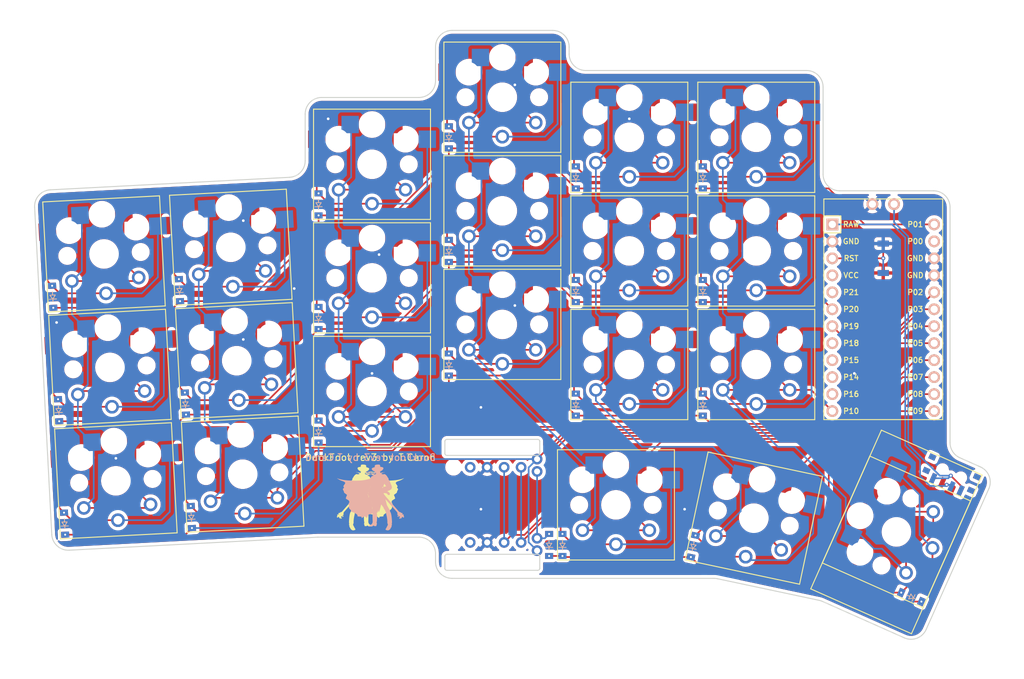
<source format=kicad_pcb>
(kicad_pcb (version 20211014) (generator pcbnew)
  (title_block (title "KEYBOARD_NAME_HERE") (rev "VERSION_HERE") (company "YOUR_NAME_HERE"))
  (layers (0 "F.Cu" signal) (31 "B.Cu" signal) (34 "B.Paste" user) (35 "F.Paste" user) (36 "B.SilkS" user "B.Silkscreen") (37 "F.SilkS" user "F.Silkscreen") (38 "B.Mask" user) (39 "F.Mask" user) (44 "Edge.Cuts" user))
  (net 0 "")
  (net 1 "P2")
  (net 2 "extra_bottom")
  (net 3 "P19")
  (net 4 "extra_home")
  (net 5 "P20")
  (net 6 "extra_top")
  (net 7 "P1")
  (net 8 "P3")
  (net 9 "pinky_bottom")
  (net 10 "pinky_home")
  (net 11 "pinky_top")
  (net 12 "P4")
  (net 13 "ring_bottom")
  (net 14 "ring_home")
  (net 15 "ring_top")
  (net 16 "P7")
  (net 17 "middle_bottom")
  (net 18 "middle_home")
  (net 19 "middle_top")
  (net 20 "P8")
  (net 21 "index_bottom")
  (net 22 "index_home")
  (net 23 "index_top")
  (net 24 "P10")
  (net 25 "far_bottom")
  (net 26 "far_home")
  (net 27 "far_top")
  (net 28 "near_thumb")
  (net 29 "P9")
  (net 30 "home_thumb")
  (net 31 "far_thumb")
  (net 32 "RAW")
  (net 33 "GND")
  (net 34 "RST")
  (net 35 "VCC")
  (net 36 "P21")
  (net 37 "P18")
  (net 38 "P15")
  (net 39 "P14")
  (net 40 "P16")
  (net 41 "P0")
  (net 42 "P5")
  (net 43 "P6")
  (net 44 "pos")
  (net 45 "enc_diode")
  (footprint "lib:bat" (layer "F.Cu") (at 265.945 111.83 -90)
    (fp_text reference "")
    (fp_text value "")
  )
  (footprint "PG1350" (layer "F.Cu") (at 208.945 112.83)
    (fp_text reference "S21" hide)
    (fp_text value "" hide)
  )
  (footprint "PG1350" (layer "F.Cu") (at 227.945 101.83)
    (fp_text reference "S29" hide)
    (fp_text value "" hide)
  )
  (footprint "PG1350" (layer "F.Cu") (at 246.945 101.83 180)
    (fp_text reference "S36" hide)
    (fp_text value "" hide)
  )
  (footprint "ComboDiode" (layer "F.Cu") (at 181.443433 145.864385 90)
    (fp_text reference "D7" hide)
    (fp_text value "" hide)
  )
  (footprint "ComboDiode" (layer "F.Cu") (at 238.945 141.83 90)
    (fp_text reference "D16" hide)
    (fp_text value "" hide)
  )
  (footprint "PG1350" (layer "F.Cu") (at 227.945 118.83)
    (fp_text reference "S27" hide)
    (fp_text value "" hide)
  )
  (footprint "ComboDiode" (layer "F.Cu") (at 162.411654 158.650795 93)
    (fp_text reference "D4" hide)
    (fp_text value "" hide)
  )
  (footprint "ComboDiode" (layer "F.Cu") (at 200.945 101.83 90)
    (fp_text reference "D12" hide)
    (fp_text value "" hide)
  )
  (footprint "PG1350" (layer "F.Cu") (at 170.086674 152.24033 -177)
    (fp_text reference "S8" hide)
    (fp_text value "" hide)
  )
  (footprint "Button_Switch_SMD:SW_SPST_B3U-1000P" (layer "F.Cu") (at 265.945 119.93 90)
    (fp_text reference "")
    (fp_text value "")
  )
  (footprint "PG1350" (layer "F.Cu") (at 189.443433 105.864385)
    (fp_text reference "S17" hide)
    (fp_text value "" hide)
  )
  (footprint "ComboDiode" (layer "F.Cu") (at 215.945 162.83 90)
    (fp_text reference "D22" hide)
    (fp_text value "" hide)
  )
  (footprint "RollerEncoder_Panasonic_EVQWGD001" (layer "F.Cu") (at 207.945 156.83 -90)
    (fp_text reference "")
    (fp_text value "")
    (fp_line (start -9.5 -6.6) (end -7.7 -6.6) (layer "Edge.Cuts") (width 0.15))
    (fp_line (start 7.7 7.6) (end 9.5 7.6) (layer "Edge.Cuts") (width 0.15))
    (fp_line (start -7.7 7.6) (end -9.5 7.6) (layer "Edge.Cuts") (width 0.15))
    (fp_line (start 9.8 7.3) (end 9.8 -6.3) (layer "Edge.Cuts") (width 0.15))
    (fp_line (start -7.4 -6.3) (end -7.4 7.3) (layer "Edge.Cuts") (width 0.15))
    (fp_line (start 9.5 -6.6) (end 7.7 -6.6) (layer "Edge.Cuts") (width 0.15))
    (fp_line (start -9.8 7.3) (end -9.8 -6.3) (layer "Edge.Cuts") (width 0.15))
    (fp_line (start 7.4 -6.3) (end 7.4 7.3) (layer "Edge.Cuts") (width 0.15))
    (fp_arc (start -7.7 -6.6) (mid -7.487868 -6.512132) (end -7.4 -6.3) (layer "Edge.Cuts") (width 0.15))
    (fp_arc (start -7.4 7.3) (mid -7.487868 7.512132) (end -7.7 7.6) (layer "Edge.Cuts") (width 0.15))
    (fp_arc (start -9.5 7.6) (mid -9.712132 7.512132) (end -9.8 7.3) (layer "Edge.Cuts") (width 0.15))
    (fp_arc (start 9.5 -6.6) (mid 9.712132 -6.512132) (end 9.8 -6.3) (layer "Edge.Cuts") (width 0.15))
    (fp_arc (start 9.8 7.3) (mid 9.712132 7.512132) (end 9.5 7.6) (layer "Edge.Cuts") (width 0.15))
    (fp_arc (start -9.8 -6.3) (mid -9.712132 -6.512132) (end -9.5 -6.6) (layer "Edge.Cuts") (width 0.15))
    (fp_arc (start 7.4 -6.3) (mid 7.487868 -6.512132) (end 7.7 -6.6) (layer "Edge.Cuts") (width 0.15))
    (fp_arc (start 7.7 7.6) (mid 7.487868 7.512132) (end 7.4 7.3) (layer "Edge.Cuts") (width 0.15))
  )
  (footprint "ProMicro" (layer "F.Cu") (at 265.945 128.83 -90)
    (fp_text reference "MCU1" hide)
    (fp_text value "" hide)
  )
  (footprint "ComboDiode" (layer "F.Cu") (at 181.443433 128.864385 90)
    (fp_text reference "D8" hide)
    (fp_text value "" hide)
  )
  (footprint "PG1350" (layer "F.Cu") (at 246.945 101.83)
    (fp_text reference "S35" hide)
    (fp_text value "" hide)
  )
  (footprint "PG1350" (layer "F.Cu") (at 225.945 156.83)
    (fp_text reference "S37" hide)
    (fp_text value "" hide)
  )
  (footprint "PG1350" (layer "F.Cu") (at 246.945 135.83 180)
    (fp_text reference "S32" hide)
    (fp_text value "" hide)
  )
  (footprint "PG1350" (layer "F.Cu") (at 149.33329 119.281309 3)
    (fp_text reference "S5" hide)
    (fp_text value "" hide)
  )
  (footprint "PG1350" (layer "F.Cu") (at 208.945 112.83 180)
    (fp_text reference "S22" hide)
    (fp_text value "" hide)
  )
  (footprint "PG1350" (layer "F.Cu") (at 246.945 118.83 180)
    (fp_text reference "S34" hide)
    (fp_text value "" hide)
  )
  (footprint "PG1350" (layer "F.Cu") (at 227.945 135.83)
    (fp_text reference "S25" hide)
    (fp_text value "" hide)
  )
  (footprint "ComboDiode" (layer "F.Cu") (at 270.149311 170.631742 156)
    (fp_text reference "D21" hide)
    (fp_text value "" hide)
  )
  (footprint "ComboDiode" (layer "F.Cu") (at 238.945 107.83 90)
    (fp_text reference "D18" hide)
    (fp_text value "" hide)
  )
  (footprint "PG1350" (layer "F.Cu") (at 246.945 118.83)
    (fp_text reference "S33" hide)
    (fp_text value "" hide)
  )
  (footprint "PG1350" (layer "F.Cu") (at 227.945 135.83 180)
    (fp_text reference "S26" hide)
    (fp_text value "" hide)
  )
  (footprint "PG1350" (layer "F.Cu") (at 267.921931 160.882959 66)
    (fp_text reference "S41" hide)
    (fp_text value "" hide)
  )
  (footprint "ComboDiode" (layer "F.Cu") (at 219.945 124.83 90)
    (fp_text reference "D14" hide)
    (fp_text value "" hide)
  )
  (footprint "PG1350" (layer "F.Cu") (at 189.443433 139.864385 180)
    (fp_text reference "S14" hide)
    (fp_text value "" hide)
  )
  (footprint "PG1350" (layer "F.Cu") (at 225.945 156.83 180)
    (fp_text reference "S38" hide)
    (fp_text value "" hide)
  )
  (footprint "PG1350" (layer "F.Cu") (at 168.307252 118.286926 3)
    (fp_text reference "S11" hide)
    (fp_text value "" hide)
  )
  (footprint "PG1350" (layer "F.Cu") (at 150.223002 136.258011 -177)
    (fp_text reference "S4" hide)
    (fp_text value "" hide)
  )
  (footprint "PG1350" (layer "F.Cu") (at 150.223002 136.258011 3)
    (fp_text reference "S3" hide)
    (fp_text value "" hide)
  )
  (footprint "VIA-0.6mm" (layer "F.Cu") (at 265.945 119.93)
    (fp_text reference "REF**" hide)
    (fp_text value "VIA-0.6mm" hide)
  )
  (footprint "PG1350" (layer "F.Cu") (at 169.196963 135.263628 3)
    (fp_text reference "S9" hide)
    (fp_text value "" hide)
  )
  (footprint "ComboDiode" (layer "F.Cu") (at 219.945 107.83 90)
    (fp_text reference "D15" hide)
    (fp_text value "" hide)
  )
  (footprint "PG1350" (layer "F.Cu") (at 168.307252 118.286926 -177)
    (fp_text reference "S12" hide)
    (fp_text value "" hide)
  )
  (footprint "PG1350" (layer "F.Cu") (at 227.945 118.83 180)
    (fp_text reference "S28" hide)
    (fp_text value "" hide)
  )
  (footprint "Downloads:logo_zorro" (layer "F.Cu") (at 189.212713 155.734713)
    (fp_text reference "G***" hide)
    (fp_text value "LOGO" hide)
  )
  (footprint "ComboDiode" (layer "F.Cu") (at 160.632231 124.69739 93)
    (fp_text reference "D6" hide)
    (fp_text value "" hide)
  )
  (footprint "ComboDiode" (layer "F.Cu") (at 238.945 124.83 90)
    (fp_text reference "D17" hide)
    (fp_text value "" hide)
  )
  (footprint "ComboDiode" (layer "F.Cu") (at 181.443433 111.864385 90)
    (fp_text reference "D9" hide)
    (fp_text value "" hide)
  )
  (footprint "ComboDiode" (layer "F.Cu") (at 217.945 162.83 90)
    (fp_text reference "D19" hide)
    (fp_text value "" hide)
  )
  (footprint "PG1350" (layer "F.Cu") (at 208.945 95.83)
    (fp_text reference "S23" hide)
    (fp_text value "" hide)
  )
  (footprint "VIA-0.6mm" (layer "F.Cu") (at 276.050216 152.460905 66)
    (fp_text reference "REF**" hide)
    (fp_text value "VIA-0.6mm" hide)
  )
  (footprint "PG1350" (layer "F.Cu") (at 227.945 101.83 180)
    (fp_text reference "S30" hide)
    (fp_text value "" hide)
  )
  (footprint "ComboDiode" (layer "F.Cu") (at 143.437692 159.645178 93)
    (fp_text reference "D1" hide)
    (fp_text value "" hide)
  )
  (footprint "ComboDiode" (layer "F.Cu") (at 200.945 118.83 90)
    (fp_text reference "D11" hide)
    (fp_text value "" hide)
  )
  (footprint "PG1350" (layer "F.Cu") (at 151.112713 153.234713 3)
    (fp_text reference "S1" hide)
    (fp_text value "" hide)
  )
  (footprint "ComboDiode" (layer "F.Cu") (at 200.945 135.83 90)
    (fp_text reference "D10" hide)
    (fp_text value "" hide)
  )
  (footprint "ComboDiode" (layer "F.Cu") (at 219.945 141.83 90)
    (fp_text reference "D13" hide)
    (fp_text value "" hide)
  )
  (footprint "ComboDiode" (layer "F.Cu") (at 141.65827 125.691774 93)
    (fp_text reference "D3" hide)
    (fp_text value "" hide)
  )
  (footprint "PG1350" (layer "F.Cu") (at 208.945 129.83 180)
    (fp_text reference "S20" hide)
    (fp_text value "" hide)
  )
  (footprint "PG1350" (layer "F.Cu") (at 151.112713 153.234713 -177)
    (fp_text reference "S2" hide)
    (fp_text value "" hide)
  )
  (footprint "PG1350" (layer "F.Cu") (at 189.443433 122.864385 180)
    (fp_text reference "S16" hide)
    (fp_text value "" hide)
  )
  (footprint "PG1350" (layer "F.Cu") (at 246.945 135.83)
    (fp_text reference "S31" hide)
    (fp_text value "" hide)
  )
  (footprint "PG1350" (layer "F.Cu") (at 169.196963 135.263628 -177)
    (fp_text reference "S10" hide)
    (fp_text value "" hide)
  )
  (footprint "PG1350" (layer "F.Cu") (at 189.443433 139.864385)
    (fp_text reference "S13" hide)
    (fp_text value "" hide)
  )
  (footprint "PG1350" (layer "F.Cu") (at 189.443433 105.864385 180)
    (fp_text reference "S18" hide)
    (fp_text value "" hide)
  )
  (footprint "PG1350" (layer "F.Cu") (at 149.33329 119.281309 -177)
    (fp_text reference "S6" hide)
    (fp_text value "" hide)
  )
  (footprint "PG1350" (layer "F.Cu") (at 246.578501 158.817001 -12)
    (fp_text reference "S39" hide)
    (fp_text value "" hide)
  )
  (footprint "PG1350" (layer "F.Cu") (at 267.921931 160.882959 -114)
    (fp_text reference "S42" hide)
    (fp_text value "" hide)
  )
  (footprint "Button_Switch_SMD:SW_SPDT_PCM12" (layer "F.Cu") (at 276.050216 152.460905 156)
    (fp_text reference "")
    (fp_text value "")
  )
  (footprint "ComboDiode" (layer "F.Cu") (at 142.547981 142.668476 93)
    (fp_text reference "D2" hide)
    (fp_text value "" hide)
  )
  (footprint "VIA-0.6mm" (layer "F.Cu") (at 275.440111 153.831223 66)
    (fp_text reference "REF**" hide)
    (fp_text value "VIA-0.6mm" hide)
  )
  (footprint "ComboDiode" (layer "F.Cu") (at 237.50585 163.022593 78)
    (fp_text reference "D20" hide)
    (fp_text value "" hide)
  )
  (footprint "PG1350" (layer "F.Cu") (at 189.443433 122.864385)
    (fp_text reference "S15" hide)
    (fp_text value "" hide)
  )
  (footprint "PG1350" (layer "F.Cu") (at 246.578501 158.817001 168)
    (fp_text reference "S40" hide)
    (fp_text value "" hide)
  )
  (footprint "PG1350" (layer "F.Cu") (at 170.086674 152.24033 3)
    (fp_text reference "S7" hide)
    (fp_text value "" hide)
  )
  (footprint "ComboDiode" (layer "F.Cu") (at 161.521942 141.674093 93)
    (fp_text reference "D5" hide)
    (fp_text value "" hide)
  )
  (footprint "PG1350" (layer "F.Cu") (at 208.945 129.83)
    (fp_text reference "S19" hide)
    (fp_text value "" hide)
  )
  (footprint "PG1350" (layer "F.Cu") (at 208.945 95.83 180)
    (fp_text reference "S24" hide)
    (fp_text value "" hide)
  )
  (footprint "Downloads:logo_zorro" (layer "B.Cu") (at 189.212713 155.734713 180)
    (fp_text reference "G***" hide)
    (fp_text value "LOGO" hide)
  )
  (gr_line (start 180.693433 148.114385) (end 198.193433 148.114385) (layer "F.SilkS") (width 0.15))
  (gr_line (start 219.195 144.08) (end 236.695 144.08) (layer "F.SilkS") (width 0.15))
  (gr_line (start 265.672757 145.65129) (end 255.097604 169.403472) (layer "F.SilkS") (width 0.15))
  (gr_line (start 263.944127 149.533858) (end 256.826235 165.520904) (layer "F.SilkS") (width 0.15))
  (gr_line (start 198.193433 131.114385) (end 198.193433 114.614385) (layer "F.SilkS") (width 0.15))
  (gr_line (start 238.195 127.58) (end 238.195 144.08) (layer "F.SilkS") (width 0.15))
  (gr_line (start 255.695 127.58) (end 238.195 127.58) (layer "F.SilkS") (width 0.15))
  (gr_line (start 180.693433 114.114385) (end 198.193433 114.114385) (layer "F.SilkS") (width 0.15))
  (gr_line (start 200.195 104.08) (end 217.695 104.08) (layer "F.SilkS") (width 0.15))
  (gr_line (start 255.695 144.08) (end 255.695 127.58) (layer "F.SilkS") (width 0.15))
  (gr_line (start 236.695 127.08) (end 236.695 110.58) (layer "F.SilkS") (width 0.15))
  (gr_line (start 140.16351 111.500555) (end 141.027054 127.977942) (layer "F.SilkS") (width 0.15))
  (gr_line (start 217.195 148.58) (end 217.195 165.08) (layer "F.SilkS") (width 0.15))
  (gr_line (start 256.826235 165.520904) (end 271.899735 172.232059) (layer "F.SilkS") (width 0.15))
  (gr_line (start 217.695 121.58) (end 200.195 121.58) (layer "F.SilkS") (width 0.15))
  (gr_line (start 198.193433 131.614385) (end 180.693433 131.614385) (layer "F.SilkS") (width 0.15))
  (gr_line (start 271.899735 172.232059) (end 279.017627 156.245013) (layer "F.SilkS") (width 0.15))
  (gr_line (start 217.695 138.08) (end 217.695 121.58) (layer "F.SilkS") (width 0.15))
  (gr_line (start 141.053222 128.477257) (end 141.916765 144.954644) (layer "F.SilkS") (width 0.15))
  (gr_line (start 141.916765 144.954644) (end 159.392782 144.038765) (layer "F.SilkS") (width 0.15))
  (gr_line (start 234.695 148.58) (end 217.195 148.58) (layer "F.SilkS") (width 0.15))
  (gr_line (start 217.695 121.08) (end 217.695 104.58) (layer "F.SilkS") (width 0.15))
  (gr_line (start 236.695 127.58) (end 219.195 127.58) (layer "F.SilkS") (width 0.15))
  (gr_line (start 236.304438 165.067491) (end 253.422021 168.705946) (layer "F.SilkS") (width 0.15))
  (gr_line (start 160.027183 127.482874) (end 160.890726 143.960261) (layer "F.SilkS") (width 0.15))
  (gr_line (start 141.027054 127.977942) (end 158.503071 127.062063) (layer "F.SilkS") (width 0.15))
  (gr_line (start 236.695 110.08) (end 236.695 93.58) (layer "F.SilkS") (width 0.15))
  (gr_line (start 217.695 104.08) (end 217.695 87.58) (layer "F.SilkS") (width 0.15))
  (gr_line (start 219.195 110.58) (end 219.195 127.08) (layer "F.SilkS") (width 0.15))
  (gr_line (start 217.195 165.08) (end 234.695 165.08) (layer "F.SilkS") (width 0.15))
  (gr_line (start 255.695 110.58) (end 238.195 110.58) (layer "F.SilkS") (width 0.15))
  (gr_line (start 198.193433 97.614385) (end 180.693433 97.614385) (layer "F.SilkS") (width 0.15))
  (gr_line (start 238.195 93.58) (end 238.195 110.08) (layer "F.SilkS") (width 0.15))
  (gr_line (start 238.195 110.58) (end 238.195 127.08) (layer "F.SilkS") (width 0.15))
  (gr_line (start 270.171105 176.114627) (end 280.746257 152.362445) (layer "F.SilkS") (width 0.15))
  (gr_line (start 236.695 144.08) (end 236.695 127.58) (layer "F.SilkS") (width 0.15))
  (gr_line (start 219.195 127.58) (end 219.195 144.08) (layer "F.SilkS") (width 0.15))
  (gr_line (start 238.195 144.08) (end 255.695 144.08) (layer "F.SilkS") (width 0.15))
  (gr_line (start 200.195 104.58) (end 200.195 121.08) (layer "F.SilkS") (width 0.15))
  (gr_line (start 159.41895 144.53808) (end 141.942933 145.453959) (layer "F.SilkS") (width 0.15))
  (gr_line (start 178.366743 143.044382) (end 177.5032 126.566994) (layer "F.SilkS") (width 0.15))
  (gr_line (start 157.639527 110.584675) (end 140.16351 111.500555) (layer "F.SilkS") (width 0.15))
  (gr_line (start 200.195 121.08) (end 217.695 121.08) (layer "F.SilkS") (width 0.15))
  (gr_line (start 198.193433 114.614385) (end 180.693433 114.614385) (layer "F.SilkS") (width 0.15))
  (gr_line (start 234.695 165.08) (end 234.695 148.58) (layer "F.SilkS") (width 0.15))
  (gr_line (start 160.001015 126.983559) (end 177.477032 126.06768) (layer "F.SilkS") (width 0.15))
  (gr_line (start 158.503071 127.062063) (end 157.639527 110.584675) (layer "F.SilkS") (width 0.15))
  (gr_line (start 256.852564 152.56651) (end 239.734981 148.928056) (layer "F.SilkS") (width 0.15))
  (gr_line (start 160.282493 161.015467) (end 159.41895 144.53808) (layer "F.SilkS") (width 0.15))
  (gr_line (start 200.195 87.58) (end 200.195 104.08) (layer "F.SilkS") (width 0.15))
  (gr_line (start 238.195 127.08) (end 255.695 127.08) (layer "F.SilkS") (width 0.15))
  (gr_line (start 200.195 138.08) (end 217.695 138.08) (layer "F.SilkS") (width 0.15))
  (gr_line (start 255.695 93.58) (end 238.195 93.58) (layer "F.SilkS") (width 0.15))
  (gr_line (start 142.806476 161.931346) (end 160.282493 161.015467) (layer "F.SilkS") (width 0.15))
  (gr_line (start 255.097604 169.403472) (end 270.171105 176.114627) (layer "F.SilkS") (width 0.15))
  (gr_line (start 159.137472 110.506172) (end 160.001015 126.983559) (layer "F.SilkS") (width 0.15))
  (gr_line (start 236.695 93.58) (end 219.195 93.58) (layer "F.SilkS") (width 0.15))
  (gr_line (start 217.695 87.58) (end 200.195 87.58) (layer "F.SilkS") (width 0.15))
  (gr_line (start 177.5032 126.566994) (end 160.027183 127.482874) (layer "F.SilkS") (width 0.15))
  (gr_line (start 239.734981 148.928056) (end 236.304438 165.067491) (layer "F.SilkS") (width 0.15))
  (gr_line (start 219.195 127.08) (end 236.695 127.08) (layer "F.SilkS") (width 0.15))
  (gr_line (start 255.695 127.08) (end 255.695 110.58) (layer "F.SilkS") (width 0.15))
  (gr_line (start 178.392911 143.543696) (end 160.916894 144.459576) (layer "F.SilkS") (width 0.15))
  (gr_line (start 159.392782 144.038765) (end 158.529239 127.561378) (layer "F.SilkS") (width 0.15))
  (gr_line (start 180.693433 131.114385) (end 198.193433 131.114385) (layer "F.SilkS") (width 0.15))
  (gr_line (start 180.693433 114.614385) (end 180.693433 131.114385) (layer "F.SilkS") (width 0.15))
  (gr_line (start 161.780437 160.936963) (end 179.256454 160.021084) (layer "F.SilkS") (width 0.15))
  (gr_line (start 179.256454 160.021084) (end 178.392911 143.543696) (layer "F.SilkS") (width 0.15))
  (gr_line (start 200.195 121.58) (end 200.195 138.08) (layer "F.SilkS") (width 0.15))
  (gr_line (start 236.695 110.58) (end 219.195 110.58) (layer "F.SilkS") (width 0.15))
  (gr_line (start 198.193433 114.114385) (end 198.193433 97.614385) (layer "F.SilkS") (width 0.15))
  (gr_line (start 279.017627 156.245013) (end 263.944127 149.533858) (layer "F.SilkS") (width 0.15))
  (gr_line (start 238.195 110.08) (end 255.695 110.08) (layer "F.SilkS") (width 0.15))
  (gr_line (start 141.942933 145.453959) (end 142.806476 161.931346) (layer "F.SilkS") (width 0.15))
  (gr_line (start 280.746257 152.362445) (end 265.672757 145.65129) (layer "F.SilkS") (width 0.15))
  (gr_line (start 160.890726 143.960261) (end 178.366743 143.044382) (layer "F.SilkS") (width 0.15))
  (gr_line (start 180.693433 131.614385) (end 180.693433 148.114385) (layer "F.SilkS") (width 0.15))
  (gr_line (start 219.195 93.58) (end 219.195 110.08) (layer "F.SilkS") (width 0.15))
  (gr_line (start 180.693433 97.614385) (end 180.693433 114.114385) (layer "F.SilkS") (width 0.15))
  (gr_line (start 158.529239 127.561378) (end 141.053222 128.477257) (layer "F.SilkS") (width 0.15))
  (gr_line (start 198.193433 148.114385) (end 198.193433 131.614385) (layer "F.SilkS") (width 0.15))
  (gr_line (start 176.613488 109.590292) (end 159.137472 110.506172) (layer "F.SilkS") (width 0.15))
  (gr_line (start 219.195 110.08) (end 236.695 110.08) (layer "F.SilkS") (width 0.15))
  (gr_line (start 177.477032 126.06768) (end 176.613488 109.590292) (layer "F.SilkS") (width 0.15))
  (gr_line (start 255.695 110.08) (end 255.695 93.58) (layer "F.SilkS") (width 0.15))
  (gr_line (start 160.916894 144.459576) (end 161.780437 160.936963) (layer "F.SilkS") (width 0.15))
  (gr_line (start 217.695 104.58) (end 200.195 104.58) (layer "F.SilkS") (width 0.15))
  (gr_line (start 253.422021 168.705946) (end 256.852564 152.56651) (layer "F.SilkS") (width 0.15))
  (gr_arc (start 198.945 88.31) (mid 199.671375 86.556375) (end 201.425 85.83) (layer "Edge.Cuts") (width 0.15))
  (gr_line (start 138.953429 112.294974) (end 139.765683 127.793705) (layer "Edge.Cuts") (width 0.15))
  (gr_line (start 259.425 109.83) (end 273.465 109.83) (layer "Edge.Cuts") (width 0.15))
  (gr_arc (start 221.425 91.83) (mid 219.671375 91.103625) (end 218.945 89.35) (layer "Edge.Cuts") (width 0.15))
  (gr_line (start 201.425 85.83) (end 216.465 85.83) (layer "Edge.Cuts") (width 0.15))
  (gr_line (start 141.300237 109.68858) (end 177.093226 107.812749) (layer "Edge.Cuts") (width 0.15))
  (gr_line (start 256.853268 171.27978) (end 269.09748 176.731254) (layer "Edge.Cuts") (width 0.15))
  (gr_arc (start 181.273364 161.667784) (mid 181.338238 161.665235) (end 181.403157 161.664385) (layer "Edge.Cuts") (width 0.15))
  (gr_arc (start 256.360182 171.119567) (mid 256.610923 171.186753) (end 256.853268 171.27978) (layer "Edge.Cuts") (width 0.15))
  (gr_arc (start 272.37178 175.474369) (mid 270.99494 176.780942) (end 269.09748 176.731255) (layer "Edge.Cuts") (width 0.15))
  (gr_arc (start 198.945 93.384385) (mid 198.218625 95.13801) (end 196.465 95.864385) (layer "Edge.Cuts") (width 0.15))
  (gr_arc (start 277.416293 149.785213) (mid 276.345097 148.870325) (end 275.945 147.51962) (layer "Edge.Cuts") (width 0.15))
  (gr_line (start 218.945 88.31) (end 218.945 89.35) (layer "Edge.Cuts") (width 0.15))
  (gr_arc (start 201.425 167.83) (mid 199.671375 167.103625) (end 198.945 165.35) (layer "Edge.Cuts") (width 0.15))
  (gr_line (start 198.945 93.384385) (end 198.945 88.31) (layer "Edge.Cuts") (width 0.15))
  (gr_line (start 179.443433 105.336148) (end 179.443433 98.344385) (layer "Edge.Cuts") (width 0.15))
  (gr_arc (start 240.623328 167.83) (mid 240.882559 167.843586) (end 241.138949 167.884194) (layer "Edge.Cuts") (width 0.15))
  (gr_arc (start 179.443433 98.344385) (mid 180.169808 96.59076) (end 181.923433 95.864385) (layer "Edge.Cuts") (width 0.15))
  (gr_line (start 201.425 167.83) (end 240.623328 167.83) (layer "Edge.Cuts") (width 0.15))
  (gr_line (start 144.126379 163.614575) (end 181.273364 161.667784) (layer "Edge.Cuts") (width 0.15))
  (gr_line (start 272.371779 175.474368) (end 281.742992 154.426281) (layer "Edge.Cuts") (width 0.15))
  (gr_arc (start 280.486106 151.151981) (mid 281.792679 152.528821) (end 281.742992 154.426281) (layer "Edge.Cuts") (width 0.15))
  (gr_line (start 241.138949 167.884194) (end 256.360183 171.119567) (layer "Edge.Cuts") (width 0.15))
  (gr_line (start 139.818019 128.792334) (end 140.655394 144.770407) (layer "Edge.Cuts") (width 0.15))
  (gr_arc (start 179.443433 105.336148) (mid 178.762361 107.043267) (end 177.093226 107.812749) (layer "Edge.Cuts") (width 0.15))
  (gr_arc (start 138.953429 112.294974) (mid 139.587031 110.505737) (end 141.300237 109.68858) (layer "Edge.Cuts") (width 0.15))
  (gr_line (start 275.945 147.51962) (end 275.945 112.31) (layer "Edge.Cuts") (width 0.15))
  (gr_line (start 140.70773 145.769036) (end 141.519984 161.267767) (layer "Edge.Cuts") (width 0.15))
  (gr_line (start 181.923433 95.864385) (end 196.465 95.864385) (layer "Edge.Cuts") (width 0.15))
  (gr_arc (start 259.425 109.83) (mid 257.671375 109.103625) (end 256.945 107.35) (layer "Edge.Cuts") (width 0.15))
  (gr_line (start 140.70773 145.769036) (end 140.655394 144.770407) (layer "Edge.Cuts") (width 0.15))
  (gr_arc (start 144.126378 163.614575) (mid 142.337141 162.980973) (end 141.519984 161.267767) (layer "Edge.Cuts") (width 0.15))
  (gr_arc (start 273.465 109.83) (mid 275.218625 110.556375) (end 275.945 112.31) (layer "Edge.Cuts") (width 0.15))
  (gr_line (start 139.818019 128.792334) (end 139.765683 127.793705) (layer "Edge.Cuts") (width 0.15))
  (gr_arc (start 254.465 91.83) (mid 256.218625 92.556375) (end 256.945 94.31) (layer "Edge.Cuts") (width 0.15))
  (gr_line (start 221.425 91.83) (end 254.465 91.83) (layer "Edge.Cuts") (width 0.15))
  (gr_arc (start 216.465 85.83) (mid 218.218625 86.556375) (end 218.945 88.31) (layer "Edge.Cuts") (width 0.15))
  (gr_arc (start 196.465 161.664385) (mid 198.218625 162.39076) (end 198.945 164.144385) (layer "Edge.Cuts") (width 0.15))
  (gr_line (start 256.945 107.35) (end 256.945 94.31) (layer "Edge.Cuts") (width 0.15))
  (gr_line (start 181.403157 161.664385) (end 196.465 161.664385) (layer "Edge.Cuts") (width 0.15))
  (gr_line (start 198.945 165.35) (end 198.945 164.144385) (layer "Edge.Cuts") (width 0.15))
  (gr_line (start 277.416293 149.785213) (end 280.486106 151.151982) (layer "Edge.Cuts") (width 0.15))
  (gr_text "DuckFoot rev3 by T.Caron" (at 189.212713 149.734713) (layer "B.SilkS") (effects (font (size 1 1)) (justify mirror)))
  (gr_text "DuckFoot rev3 by T.Caron" (at 189.212713 149.734713) (layer "F.SilkS") (effects (font (size 1 1))))
  (segment (start 156.427558 144.765735) (end 160.800111 144.765735) (width 0.25) (layer "F.Cu") (net 1))
  (segment (start 261.415079 145.165193) (end 264.963193 141.617079) (width 0.25) (layer "F.Cu") (net 1))
  (segment (start 264.963193 141.617079) (end 264.963193 133.621807) (width 0.25) (layer "F.Cu") (net 1))
  (segment (start 155.781377 157.291185) (end 156.304737 156.767825) (width 0.25) (layer "F.Cu") (net 1))
  (segment (start 154.03508 147.158213) (end 154.03508 154.498168) (width 0.25) (layer "F.Cu") (net 1))
  (segment (start 153.145369 137.521466) (end 155.415026 139.791123) (width 0.25) (layer "F.Cu") (net 1))
  (segment (start 264.963193 133.621807) (end 273.565 125.02) (width 0.25) (layer "F.Cu") (net 1))
  (segment (start 153.182115 130.144765) (end 153.145369 130.181511) (width 0.25) (layer "F.Cu") (net 1))
  (segment (start 192.35041 148.288896) (end 195.474113 145.165193) (width 0.25) (layer "F.Cu") (net 1))
  (segment (start 179.186896 148.288896) (end 192.35041 148.288896) (width 0.25) (layer "F.Cu") (net 1))
  (segment (start 152.292403 113.168063) (end 152.255657 113.204809) (width 0.25) (layer "F.Cu") (net 1))
  (segment (start 161.141883 144.423963) (end 175.321963 144.423963) (width 0.25) (layer "F.Cu") (net 1))
  (segment (start 154.001954 123.337781) (end 154.525314 122.814421) (width 0.25) (layer "F.Cu") (net 1))
  (segment (start 175.321963 144.423963) (end 179.186896 148.288896) (width 0.25) (layer "F.Cu") (net 1))
  (segment (start 160.800111 144.765735) (end 161.141883 144.423963) (width 0.25) (layer "F.Cu") (net 1))
  (segment (start 195.474113 145.165193) (end 261.415079 145.165193) (width 0.25) (layer "F.Cu") (net 1))
  (segment (start 146.318442 157.291185) (end 155.781377 157.291185) (width 0.25) (layer "F.Cu") (net 1))
  (segment (start 145.952091 139.791123) (end 145.428731 140.314483) (width 0.25) (layer "F.Cu") (net 1))
  (segment (start 154.071826 147.121467) (end 154.03508 147.158213) (width 0.25) (layer "F.Cu") (net 1))
  (segment (start 154.03508 154.498168) (end 156.304737 156.767825) (width 0.25) (layer "F.Cu") (net 1))
  (segment (start 155.415026 139.791123) (end 145.952091 139.791123) (width 0.25) (layer "F.Cu") (net 1))
  (segment (start 152.255657 113.204809) (end 152.255657 120.544764) (width 0.25) (layer "F.Cu") (net 1))
  (segment (start 154.071826 147.121467) (end 156.427558 144.765735) (width 0.25) (layer "F.Cu") (net 1))
  (segment (start 144.539019 123.337781) (end 154.001954 123.337781) (width 0.25) (layer "F.Cu") (net 1))
  (segment (start 153.145369 130.181511) (end 153.145369 137.521466) (width 0.25) (layer "F.Cu") (net 1))
  (segment (start 152.255657 120.544764) (end 154.525314 122.814421) (width 0.25) (layer "F.Cu") (net 1))
  (segment (start 145.428731 145.362197) (end 147.530802 147.464268) (width 0.25) (layer "B.Cu") (net 1))
  (segment (start 144.539019 128.385494) (end 146.641091 130.487566) (width 0.25) (layer "B.Cu") (net 1))
  (segment (start 145.751379 113.510864) (end 146.018403 113.777888) (width 0.25) (layer "B.Cu") (net 1))
  (segment (start 146.908115 138.835099) (end 145.428731 140.314483) (width 0.25) (layer "B.Cu") (net 1))
  (segment (start 147.797826 147.731292) (end 147.797826 155.811801) (width 0.25) (layer "B.Cu") (net 1))
  (segment (start 146.018403 121.858397) (end 144.539019 123.337781) (width 0.25) (layer "B.Cu") (net 1))
  (segment (start 147.797826 155.811801) (end 146.318442 157.291185) (width 0.25) (layer "B.Cu") (net 1))
  (segment (start 146.641091 130.487566) (end 146.908115 130.75459) (width 0.25) (layer "B.Cu") (net 1))
  (segment (start 146.018403 113.777888) (end 146.018403 121.858397) (width 0.25) (layer "B.Cu") (net 1))
  (segment (start 145.428731 140.314483) (end 145.428731 145.362197) (width 0.25) (layer "B.Cu") (net 1))
  (segment (start 147.530802 147.464268) (end 147.797826 147.731292) (width 0.25) (layer "B.Cu") (net 1))
  (segment (start 146.908115 130.75459) (end 146.908115 138.835099) (width 0.25) (layer "B.Cu") (net 1))
  (segment (start 144.539019 123.337781) (end 144.539019 128.385494) (width 0.25) (layer "B.Cu") (net 1))
  (segment (start 142.652794 149.922932) (end 142.652794 157.298895) (width 0.25) (layer "F.Cu") (net 2))
  (segment (start 143.351338 157.997439) (end 144.480526 159.126627) (width 0.25) (layer "F.Cu") (net 2))
  (segment (start 142.652794 157.298895) (end 143.351338 157.997439) (width 0.25) (layer "F.Cu") (net 2))
  (segment (start 144.480526 159.126627) (end 151.421495 159.126627) (width 0.25) (layer "F.Cu") (net 2))
  (segment (start 159.180113 157.867313) (end 157.920799 159.126627) (width 0.25) (layer "B.Cu") (net 2))
  (segment (start 159.180113 149.056772) (end 159.180113 157.867313) (width 0.25) (layer "B.Cu") (net 2))
  (segment (start 157.920799 159.126627) (end 151.421495 159.126627) (width 0.25) (layer "B.Cu") (net 2))
  (segment (start 181.443433 147.514385) (end 181.768424 147.839376) (width 0.25) (layer "F.Cu") (net 3))
  (segment (start 161.503625 161.292917) (end 162.498008 160.298534) (width 0.25) (layer "F.Cu") (net 3))
  (segment (start 200.945 137.48) (end 213.945 137.48) (width 0.25) (layer "F.Cu") (net 3))
  (segment (start 264.513673 136.288673) (end 264.513673 141.430881) (width 0.25) (layer "F.Cu") (net 3))
  (segment (start 200.945 139.058588) (end 200.945 137.48) (width 0.25) (layer "F.Cu") (net 3))
  (segment (start 213.945 137.48) (end 219.945 143.48) (width 0.25) (layer "F.Cu") (net 3))
  (segment (start 258.325 130.1) (end 264.513673 136.288673) (width 0.25) (layer "F.Cu") (net 3))
  (segment (start 181.768424 147.839376) (end 192.164212 147.839376) (width 0.25) (layer "F.Cu") (net 3))
  (segment (start 192.164212 147.839376) (end 200.945 139.058588) (width 0.25) (layer "F.Cu") (net 3))
  (segment (start 143.524046 161.292917) (end 161.503625 161.292917) (width 0.25) (layer "F.Cu") (net 3))
  (segment (start 261.228881 144.715673) (end 240.180673 144.715673) (width 0.25) (layer "F.Cu") (net 3))
  (segment (start 219.945 143.48) (end 238.945 143.48) (width 0.25) (layer "F.Cu") (net 3))
  (segment (start 240.180673 144.715673) (end 238.945 143.48) (width 0.25) (layer "F.Cu") (net 3))
  (segment (start 264.513673 141.430881) (end 261.228881 144.715673) (width 0.25) (layer "F.Cu") (net 3))
  (segment (start 162.498008 160.298534) (end 174.265971 160.298534) (width 0.25) (layer "B.Cu") (net 3))
  (segment (start 181.443433 153.121072) (end 181.443433 147.514385) (width 0.25) (layer "B.Cu") (net 3))
  (segment (start 174.265971 160.298534) (end 181.443433 153.121072) (width 0.25) (layer "B.Cu") (net 3))
  (segment (start 141.763083 132.94623) (end 141.763083 140.322193) (width 0.25) (layer "F.Cu") (net 4))
  (segment (start 142.461627 141.020737) (end 143.590815 142.149925) (width 0.25) (layer "F.Cu") (net 4))
  (segment (start 141.763083 140.322193) (end 142.461627 141.020737) (width 0.25) (layer "F.Cu") (net 4))
  (segment (start 143.590815 142.149925) (end 150.531784 142.149925) (width 0.25) (layer "F.Cu") (net 4))
  (segment (start 158.290402 132.08007) (end 158.290402 140.534713) (width 0.25) (layer "B.Cu") (net 4))
  (segment (start 158.290402 140.534713) (end 156.67519 142.149925) (width 0.25) (layer "B.Cu") (net 4))
  (segment (start 156.67519 142.149925) (end 150.531784 142.149925) (width 0.25) (layer "B.Cu") (net 4))
  (segment (start 192.489203 130.514385) (end 200.945 122.058588) (width 0.25) (layer "F.Cu") (net 5))
  (segment (start 238.945 126.48) (end 257.245 126.48) (width 0.25) (layer "F.Cu") (net 5))
  (segment (start 161.608296 143.321832) (end 171.759665 143.321832) (width 0.25) (layer "F.Cu") (net 5))
  (segment (start 257.245 126.48) (end 258.325 127.56) (width 0.25) (layer "F.Cu") (net 5))
  (segment (start 179.052713 136.028784) (end 179.052713 132.905105) (width 0.25) (layer "F.Cu") (net 5))
  (segment (start 179.052713 132.905105) (end 181.443433 130.514385) (width 0.25) (layer "F.Cu") (net 5))
  (segment (start 160.613913 144.316215) (end 161.608296 143.321832) (width 0.25) (layer "F.Cu") (net 5))
  (segment (start 171.759665 143.321832) (end 179.052713 136.028784) (width 0.25) (layer "F.Cu") (net 5))
  (segment (start 181.443433 130.514385) (end 192.489203 130.514385) (width 0.25) (layer "F.Cu") (net 5))
  (segment (start 213.945 120.48) (end 219.945 126.48) (width 0.25) (layer "F.Cu") (net 5))
  (segment (start 200.945 120.48) (end 213.945 120.48) (width 0.25) (layer "F.Cu") (net 5))
  (segment (start 200.945 122.058588) (end 200.945 120.48) (width 0.25) (layer "F.Cu") (net 5))
  (segment (start 219.945 126.48) (end 238.945 126.48) (width 0.25) (layer "F.Cu") (net 5))
  (segment (start 142.634335 144.316215) (end 160.613913 144.316215) (width 0.25) (layer "F.Cu") (net 5))
  (segment (start 140.873371 123.34549) (end 141.571916 124.044035) (width 0.25) (layer "F.Cu") (net 6))
  (segment (start 140.873371 115.969528) (end 140.873371 123.34549) (width 0.25) (layer "F.Cu") (net 6))
  (segment (start 141.571916 124.044035) (end 142.701104 125.173223) (width 0.25) (layer "F.Cu") (net 6))
  (segment (start 142.701104 125.173223) (end 149.642072 125.173223) (width 0.25) (layer "F.Cu") (net 6))
  (segment (start 154.98218 125.173223) (end 149.642072 125.173223) (width 0.25) (layer "B.Cu") (net 6))
  (segment (start 157.40069 122.754713) (end 154.98218 125.173223) (width 0.25) (layer "B.Cu") (net 6))
  (segment (start 157.40069 115.103368) (end 157.40069 122.754713) (width 0.25) (layer "B.Cu") (net 6))
  (segment (start 170.869955 126.345129) (end 181.443433 115.771651) (width 0.25) (layer "F.Cu") (net 7))
  (segment (start 219.945 109.48) (end 238.945 109.48) (width 0.25) (layer "F.Cu") (net 7))
  (segment (start 263.149782 114.86) (end 273.565 114.86) (width 0.25) (layer "F.Cu") (net 7))
  (segment (start 159.724201 127.339513) (end 160.718585 126.345129) (width 0.25) (layer "F.Cu") (net 7))
  (segment (start 200.945 105.058588) (end 200.945 103.48) (width 0.25) (layer "F.Cu") (net 7))
  (segment (start 192.489203 113.514385) (end 200.945 105.058588) (width 0.25) (layer "F.Cu") (net 7))
  (segment (start 141.744624 127.339513) (end 159.724201 127.339513) (width 0.25) (layer "F.Cu") (net 7))
  (segment (start 200.945 103.48) (end 213.945 103.48) (width 0.25) (layer "F.Cu") (net 7))
  (segment (start 160.718585 126.345129) (end 170.869955 126.345129) (width 0.25) (layer "F.Cu") (net 7))
  (segment (start 181.443433 115.771651) (end 181.443433 113.514385) (width 0.25) (layer "F.Cu") (net 7))
  (segment (start 257.769782 109.48) (end 263.149782 114.86) (width 0.25) (layer "F.Cu") (net 7))
  (segment (start 213.945 103.48) (end 219.945 109.48) (width 0.25) (layer "F.Cu") (net 7))
  (segment (start 238.945 109.48) (end 257.769782 109.48) (width 0.25) (layer "F.Cu") (net 7))
  (segment (start 181.443433 113.514385) (end 192.489203 113.514385) (width 0.25) (layer "F.Cu") (net 7))
  (segment (start 171.266365 112.17368) (end 171.229619 112.210426) (width 0.25) (layer "F.Cu") (net 8))
  (segment (start 261.601277 145.614713) (end 195.660311 145.614713) (width 0.25) (layer "F.Cu") (net 8))
  (segment (start 181.00901 148.738416) (end 175.278698 154.468728) (width 0.25) (layer "F.Cu") (net 8))
  (segment (start 164.926052 138.79674) (end 164.402692 139.3201) (width 0.25) (layer "F.Cu") (net 8))
  (segment (start 172.11933 136.527083) (end 174.388987 138.79674) (width 0.25) (layer "F.Cu") (net 8))
  (segment (start 171.229619 119.550381) (end 173.499276 121.820038) (width 0.25) (layer "F.Cu") (net 8))
  (segment (start 175.278698 155.773442) (end 165.815763 155.773442) (width 0.25) (layer "F.Cu") (net 8))
  (segment (start 195.660311 145.614713) (end 192.536607 148.738416) (width 0.25) (layer "F.Cu") (net 8))
  (segment (start 273.565 127.56) (end 271.660718 127.56) (width 0.25) (layer "F.Cu") (net 8))
  (segment (start 173.009041 153.503785) (end 175.278698 155.773442) (width 0.25) (layer "F.Cu") (net 8))
  (segment (start 192.536607 148.738416) (end 181.00901 148.738416) (width 0.25) (layer "F.Cu") (net 8))
  (segment (start 164.036341 121.820038) (end 163.512981 122.343398) (width 0.25) (layer "F.Cu") (net 8))
  (segment (start 271.660718 127.56) (end 265.412713 133.808005) (width 0.25) (layer "F.Cu") (net 8))
  (segment (start 172.11933 129.187128) (end 172.11933 136.527083) (width 0.25) (layer "F.Cu") (net 8))
  (segment (start 265.412713 133.808005) (end 265.412713 141.803277) (width 0.25) (layer "F.Cu") (net 8))
  (segment (start 165.815763 155.773442) (end 165.292403 156.296802) (width 0.25) (layer "F.Cu") (net 8))
  (segment (start 173.009041 146.16383) (end 173.009041 153.503785) (width 0.25) (layer "F.Cu") (net 8))
  (segment (start 172.156076 129.150382) (end 172.11933 129.187128) (width 0.25) (layer "F.Cu") (net 8))
  (segment (start 174.388987 138.79674) (end 164.926052 138.79674) (width 0.25) (layer "F.Cu") (net 8))
  (segment (start 173.045787 146.127084) (end 173.009041 146.16383) (width 0.25) (layer "F.Cu") (net 8))
  (segment (start 173.499276 121.820038) (end 164.036341 121.820038) (width 0.25) (layer "F.Cu") (net 8))
  (segment (start 265.412713 141.803277) (end 261.601277 145.614713) (width 0.25) (layer "F.Cu") (net 8))
  (segment (start 171.229619 112.210426) (end 171.229619 119.550381) (width 0.25) (layer "F.Cu") (net 8))
  (segment (start 175.278698 154.468728) (end 175.278698 155.773442) (width 0.25) (layer "F.Cu") (net 8))
  (segment (start 163.512981 122.343398) (end 163.512981 127.391112) (width 0.25) (layer "B.Cu") (net 8))
  (segment (start 165.882076 137.840716) (end 164.402692 139.3201) (width 0.25) (layer "B.Cu") (net 8))
  (segment (start 166.504763 146.469885) (end 166.771787 146.736909) (width 0.25) (layer "B.Cu") (net 8))
  (segment (start 165.882076 129.760207) (end 165.882076 137.840716) (width 0.25) (layer "B.Cu") (net 8))
  (segment (start 166.771787 146.736909) (end 166.771787 154.817418) (width 0.25) (layer "B.Cu") (net 8))
  (segment (start 164.725341 112.516481) (end 164.992365 112.783505) (width 0.25) (layer "B.Cu") (net 8))
  (segment (start 163.512981 127.391112) (end 165.615052 129.493183) (width 0.25) (layer "B.Cu") (net 8))
  (segment (start 165.615052 129.493183) (end 165.882076 129.760207) (width 0.25) (layer "B.Cu") (net 8))
  (segment (start 164.402692 139.3201) (end 164.402692 144.367814) (width 0.25) (layer "B.Cu") (net 8))
  (segment (start 164.992365 120.864014) (end 163.512981 122.343398) (width 0.25) (layer "B.Cu") (net 8))
  (segment (start 164.992365 112.783505) (end 164.992365 120.864014) (width 0.25) (layer "B.Cu") (net 8))
  (segment (start 164.402692 144.367814) (end 166.504763 146.469885) (width 0.25) (layer "B.Cu") (net 8))
  (segment (start 166.771787 154.817418) (end 165.292403 156.296802) (width 0.25) (layer "B.Cu") (net 8))
  (segment (start 161.626755 156.304511) (end 162.3253 157.003056) (width 0.25) (layer "F.Cu") (net 9))
  (segment (start 163.454488 158.132244) (end 170.395456 158.132244) (width 0.25) (layer "F.Cu") (net 9))
  (segment (start 162.3253 157.003056) (end 163.454488 158.132244) (width 0.25) (layer "F.Cu") (net 9))
  (segment (start 161.626755 148.928549) (end 161.626755 156.304511) (width 0.25) (layer "F.Cu") (net 9))
  (segment (start 178.154074 148.062389) (end 178.154074 155.774713) (width 0.25) (layer "B.Cu") (net 9))
  (segment (start 175.796543 158.132244) (end 170.395456 158.132244) (width 0.25) (layer "B.Cu") (net 9))
  (segment (start 178.154074 155.774713) (end 175.796543 158.132244) (width 0.25) (layer "B.Cu") (net 9))
  (segment (start 162.564776 141.155542) (end 169.505745 141.155542) (width 0.25) (layer "F.Cu") (net 10))
  (segment (start 160.737044 139.32781) (end 161.435588 140.026354) (width 0.25) (layer "F.Cu") (net 10))
  (segment (start 160.737044 131.951847) (end 160.737044 139.32781) (width 0.25) (layer "F.Cu") (net 10))
  (segment (start 161.435588 140.026354) (end 162.564776 141.155542) (width 0.25) (layer "F.Cu") (net 10))
  (segment (start 177.264363 131.085687) (end 177.264363 138.800098) (width 0.25) (layer "B.Cu") (net 10))
  (segment (start 174.908919 141.155542) (end 169.505745 141.155542) (width 0.25) (layer "B.Cu") (net 10))
  (segment (start 177.264363 138.800098) (end 174.908919 141.155542) (width 0.25) (layer "B.Cu") (net 10))
  (segment (start 159.847333 114.975145) (end 159.847333 122.351107) (width 0.25) (layer "F.Cu") (net 11))
  (segment (start 159.847333 122.351107) (end 160.545877 123.049651) (width 0.25) (layer "F.Cu") (net 11))
  (segment (start 160.545877 123.049651) (end 161.675066 124.17884) (width 0.25) (layer "F.Cu") (net 11))
  (segment (start 161.675066 124.17884) (end 168.616034 124.17884) (width 0.25) (layer "F.Cu") (net 11))
  (segment (start 176.374652 114.108985) (end 176.374652 122.754713) (width 0.25) (layer "B.Cu") (net 11))
  (segment (start 176.374652 122.754713) (end 174.950525 124.17884) (width 0.25) (layer "B.Cu") (net 11))
  (segment (start 174.950525 124.17884) (end 168.616034 124.17884) (width 0.25) (layer "B.Cu") (net 11))
  (segment (start 192.568912 124.789864) (end 194.443433 126.664385) (width 0.25) (layer "F.Cu") (net 12))
  (segment (start 192.568912 117.063906) (end 192.568912 124.789864) (width 0.25) (layer "F.Cu") (net 12))
  (segment (start 192.568912 134.063906) (end 192.568912 141.789864) (width 0.25) (layer "F.Cu") (net 12))
  (segment (start 194.443433 109.664385) (end 184.443433 109.664385) (width 0.25) (layer "F.Cu") (net 12))
  (segment (start 192.718433 133.914385) (end 192.568912 134.063906) (width 0.25) (layer "F.Cu") (net 12))
  (segment (start 265.862233 141.989474) (end 261.787474 146.064233) (width 0.25) (layer "F.Cu") (net 12))
  (segment (start 218.060767 146.064233) (end 214.145 149.98) (width 0.25) (layer "F.Cu") (net 12))
  (segment (start 192.568912 141.789864) (end 194.443433 143.664385) (width 0.25) (layer "F.Cu") (net 12))
  (segment (start 269.756436 130.1) (end 265.862233 133.994203) (width 0.25) (layer "F.Cu") (net 12))
  (segment (start 192.718433 116.914385) (end 192.568912 117.063906) (width 0.25) (layer "F.Cu") (net 12))
  (segment (start 184.443433 126.664385) (end 194.443433 126.664385) (width 0.25) (layer "F.Cu") (net 12))
  (segment (start 261.787474 146.064233) (end 218.060767 146.064233) (width 0.25) (layer "F.Cu") (net 12))
  (segment (start 192.568912 107.789864) (end 194.443433 109.664385) (width 0.25) (layer "F.Cu") (net 12))
  (segment (start 192.568912 100.063906) (end 192.568912 107.789864) (width 0.25) (layer "F.Cu") (net 12))
  (segment (start 194.443433 143.664385) (end 184.443433 143.664385) (width 0.25) (layer "F.Cu") (net 12))
  (segment (start 265.862233 133.994203) (end 265.862233 141.989474) (width 0.25) (layer "F.Cu") (net 12))
  (segment (start 192.718433 99.914385) (end 192.568912 100.063906) (width 0.25) (layer "F.Cu") (net 12))
  (segment (start 273.565 130.1) (end 269.756436 130.1) (width 0.25) (layer "F.Cu") (net 12))
  (segment (start 212.879511 162.414511) (end 214.145 163.68) (width 0.25) (layer "B.Cu") (net 12))
  (segment (start 186.317954 107.789864) (end 184.443433 109.664385) (width 0.25) (layer "B.Cu") (net 12))
  (segment (start 184.443433 143.664385) (end 184.722385 143.664385) (width 0.25) (layer "B.Cu") (net 12))
  (segment (start 198.853352 149.98) (end 214.145 149.98) (width 0.25) (layer "B.Cu") (net 12))
  (segment (start 184.443433 126.664385) (end 184.443433 132.189385) (width 0.25) (layer "B.Cu") (net 12))
  (segment (start 186.168433 116.914385) (end 186.317954 117.063906) (width 0.25) (layer "B.Cu") (net 12))
  (segment (start 184.443433 132.189385) (end 186.168433 133.914385) (width 0.25) (layer "B.Cu") (net 12))
  (segment (start 189.212713 148.154713) (end 197.028065 148.154713) (width 0.25) (layer "B.Cu") (net 12))
  (segment (start 186.168433 133.914385) (end 186.317954 134.063906) (width 0.25) (layer "B.Cu") (net 12))
  (segment (start 186.317954 124.789864) (end 184.443433 126.664385) (width 0.25) (layer "B.Cu") (net 12))
  (segment (start 214.145 149.98) (end 212.879511 151.245489) (width 0.25) (layer "B.Cu") (net 12))
  (segment (start 184.443433 115.189385) (end 186.168433 116.914385) (width 0.25) (layer "B.Cu") (net 12))
  (segment (start 186.317954 117.063906) (end 186.317954 124.789864) (width 0.25) (layer "B.Cu") (net 12))
  (segment (start 212.879511 151.245489) (end 212.879511 162.414511) (width 0.25) (layer "B.Cu") (net 12))
  (segment (start 186.317954 100.063906) (end 186.317954 107.789864) (width 0.25) (layer "B.Cu") (net 12))
  (segment (start 184.443433 109.664385) (end 184.443433 115.189385) (width 0.25) (layer "B.Cu") (net 12))
  (segment (start 197.028065 148.154713) (end 198.853352 149.98) (width 0.25) (layer "B.Cu") (net 12))
  (segment (start 186.168433 99.914385) (end 186.317954 100.063906) (width 0.25) (layer "B.Cu") (net 12))
  (segment (start 184.722385 143.664385) (end 189.212713 148.154713) (width 0.25) (layer "B.Cu") (net 12))
  (segment (start 186.317954 141.789864) (end 184.443433 143.664385) (width 0.25) (layer "B.Cu") (net 12))
  (segment (start 186.317954 134.063906) (end 186.317954 141.789864) (width 0.25) (layer "B.Cu") (net 12))
  (segment (start 182.993433 145.764385) (end 189.443433 145.764385) (width 0.25) (layer "F.Cu") (net 13))
  (segment (start 181.168433 136.114385) (end 181.168433 143.939385) (width 0.25) (layer "F.Cu") (net 13))
  (segment (start 181.168433 143.939385) (end 181.443433 144.214385) (width 0.25) (layer "F.Cu") (net 13))
  (segment (start 181.443433 144.214385) (end 182.993433 145.764385) (width 0.25) (layer "F.Cu") (net 13))
  (segment (start 197.718433 136.114385) (end 197.718433 139.648993) (width 0.25) (layer "B.Cu") (net 13))
  (segment (start 192.883944 142.323874) (end 189.443433 145.764385) (width 0.25) (layer "B.Cu") (net 13))
  (segment (start 195.043552 142.323874) (end 192.883944 142.323874) (width 0.25) (layer "B.Cu") (net 13))
  (segment (start 197.718433 139.648993) (end 195.043552 142.323874) (width 0.25) (layer "B.Cu") (net 13))
  (segment (start 181.443433 127.214385) (end 182.993433 128.764385) (width 0.25) (layer "F.Cu") (net 14))
  (segment (start 181.168433 119.114385) (end 181.168433 126.939385) (width 0.25) (layer "F.Cu") (net 14))
  (segment (start 182.993433 128.764385) (end 189.443433 128.764385) (width 0.25) (layer "F.Cu") (net 14))
  (segment (start 181.168433 126.939385) (end 181.443433 127.214385) (width 0.25) (layer "F.Cu") (net 14))
  (segment (start 197.718433 126.948993) (end 195.903041 128.764385) (width 0.25) (layer "B.Cu") (net 14))
  (segment (start 195.903041 128.764385) (end 189.443433 128.764385) (width 0.25) (layer "B.Cu") (net 14))
  (segment (start 197.718433 119.114385) (end 197.718433 126.948993) (width 0.25) (layer "B.Cu") (net 14))
  (segment (start 182.993433 111.764385) (end 189.443433 111.764385) (width 0.25) (layer "F.Cu") (net 15))
  (segment (start 181.168433 109.939385) (end 181.443433 110.214385) (width 0.25) (layer "F.Cu") (net 15))
  (segment (start 181.168433 102.114385) (end 181.168433 109.939385) (width 0.25) (layer "F.Cu") (net 15))
  (segment (start 181.443433 110.214385) (end 182.993433 111.764385) (width 0.25) (layer "F.Cu") (net 15))
  (segment (start 195.123041 111.764385) (end 189.443433 111.764385) (width 0.25) (layer "B.Cu") (net 15))
  (segment (start 197.718433 102.114385) (end 197.718433 109.168993) (width 0.25) (layer "B.Cu") (net 15))
  (segment (start 197.718433 109.168993) (end 195.123041 111.764385) (width 0.25) (layer "B.Cu") (net 15))
  (segment (start 268.863144 137.72) (end 267.210793 139.372351) (width 0.25) (layer "F.Cu") (net 16))
  (segment (start 212.070479 131.755479) (end 213.945 133.63) (width 0.25) (layer "F.Cu") (net 16))
  (segment (start 212.070479 114.755479) (end 213.945 116.63) (width 0.25) (layer "F.Cu") (net 16))
  (segment (start 232.687207 147.412793) (end 229.22 150.88) (width 0.25) (layer "F.Cu") (net 16))
  (segment (start 229.070479 158.755479) (end 230.945 160.63) (width 0.25) (layer "F.Cu") (net 16))
  (segment (start 267.210793 139.372351) (end 267.210793 142.548065) (width 0.25) (layer "F.Cu") (net 16))
  (segment (start 229.22 150.88) (end 229.070479 151.029521) (width 0.25) (layer "F.Cu") (net 16))
  (segment (start 212.22 123.88) (end 212.070479 124.029521) (width 0.25) (layer "F.Cu") (net 16))
  (segment (start 267.210793 142.548065) (end 262.346065 147.412793) (width 0.25) (layer "F.Cu") (net 16))
  (segment (start 212.070479 124.029521) (end 212.070479 131.755479) (width 0.25) (layer "F.Cu") (net 16))
  (segment (start 203.945 99.63) (end 213.945 99.63) (width 0.25) (layer "F.Cu") (net 16))
  (segment (start 212.070479 107.029521) (end 212.070479 114.755479) (width 0.25) (layer "F.Cu") (net 16))
  (segment (start 262.346065 147.412793) (end 232.687207 147.412793) (width 0.25) (layer "F.Cu") (net 16))
  (segment (start 203.945 133.63) (end 213.945 133.63) (width 0.25) (layer "F.Cu") (net 16))
  (segment (start 212.22 106.88) (end 212.070479 107.029521) (width 0.25) (layer "F.Cu") (net 16))
  (segment (start 213.945 116.63) (end 203.945 116.63) (width 0.25) (layer "F.Cu") (net 16))
  (segment (start 220.945 160.63) (end 230.945 160.63) (width 0.25) (layer "F.Cu") (net 16))
  (segment (start 212.070479 97.755479) (end 213.945 99.63) (width 0.25) (layer "F.Cu") (net 16))
  (segment (start 212.070479 90.029521) (end 212.070479 97.755479) (width 0.25) (layer "F.Cu") (net 16))
  (segment (start 212.22 89.88) (end 212.070479 90.029521) (width 0.25) (layer "F.Cu") (net 16))
  (segment (start 273.565 137.72) (end 268.863144 137.72) (width 0.25) (layer "F.Cu") (net 16))
  (segment (start 229.070479 151.029521) (end 229.070479 158.755479) (width 0.25) (layer "F.Cu") (net 16))
  (segment (start 205.819521 97.755479) (end 203.945 99.63) (width 0.25) (layer "B.Cu") (net 16))
  (segment (start 222.819521 158.755479) (end 220.945 160.63) (width 0.25) (layer "B.Cu") (net 16))
  (segment (start 203.945 122.155) (end 205.67 123.88) (width 0.25) (layer "B.Cu") (net 16))
  (segment (start 205.67 123.88) (end 205.819521 124.029521) (width 0.25) (layer "B.Cu") (net 16))
  (segment (start 222.67 150.88) (end 222.819521 151.029521) (width 0.25) (layer "B.Cu") (net 16))
  (segment (start 205.819521 131.755479) (end 203.945 133.63) (width 0.25) (layer "B.Cu") (net 16))
  (segment (start 203.945 116.63) (end 203.945 122.155) (width 0.25) (layer "B.Cu") (net 16))
  (segment (start 205.67 89.88) (end 205.819521 90.029521) (width 0.25) (layer "B.Cu") (net 16))
  (segment (start 221.195 150.88) (end 222.67 150.88) (width 0.25) (layer "B.Cu") (net 16))
  (segment (start 205.819521 90.029521) (end 205.819521 97.755479) (width 0.25) (layer "B.Cu") (net 16))
  (segment (start 205.819521 107.029521) (end 205.819521 114.755479) (width 0.25) (layer "B.Cu") (net 16))
  (segment (start 203.945 133.63) (end 221.195 150.88) (width 0.25) (layer "B.Cu") (net 16))
  (segment (start 222.819521 151.029521) (end 222.819521 158.755479) (width 0.25) (layer "B.Cu") (net 16))
  (segment (start 205.67 106.88) (end 205.819521 107.029521) (width 0.25) (layer "B.Cu") (net 16))
  (segment (start 203.945 105.155) (end 205.67 106.88) (width 0.25) (layer "B.Cu") (net 16))
  (segment (start 205.819521 124.029521) (end 205.819521 131.755479) (width 0.25) (layer "B.Cu") (net 16))
  (segment (start 205.819521 114.755479) (end 203.945 116.63) (width 0.25) (layer "B.Cu") (net 16))
  (segment (start 203.945 99.63) (end 203.945 105.155) (width 0.25) (layer "B.Cu") (net 16))
  (segment (start 200.945 134.18) (end 202.495 135.73) (width 0.25) (layer "F.Cu") (net 17))
  (segment (start 200.67 133.905) (end 200.945 134.18) (width 0.25) (layer "F.Cu") (net 17))
  (segment (start 200.67 126.08) (end 200.67 133.905) (width 0.25) (layer "F.Cu") (net 17))
  (segment (start 202.495 135.73) (end 208.945 135.73) (width 0.25) (layer "F.Cu") (net 17))
  (segment (start 214.337426 135.73) (end 208.945 135.73) (width 0.25) (layer "B.Cu") (net 17))
  (segment (start 217.22 126.08) (end 217.22 132.847426) (width 0.25) (layer "B.Cu") (net 17))
  (segment (start 217.22 132.847426) (end 214.337426 135.73) (width 0.25) (layer "B.Cu") (net 17))
  (segment (start 200.945 117.18) (end 202.495 118.73) (width 0.25) (layer "F.Cu") (net 18))
  (segment (start 200.67 116.905) (end 200.945 117.18) (width 0.25) (layer "F.Cu") (net 18))
  (segment (start 200.67 109.08) (end 200.67 116.905) (width 0.25) (layer "F.Cu") (net 18))
  (segment (start 202.495 118.73) (end 208.945 118.73) (width 0.25) (layer "F.Cu") (net 18))
  (segment (start 217.22 109.08) (end 217.22 116.552139) (width 0.25) (layer "B.Cu") (net 18))
  (segment (start 217.22 116.552139) (end 215.042139 118.73) (width 0.25) (layer "B.Cu") (net 18))
  (segment (start 215.042139 118.73) (end 208.945 118.73) (width 0.25) (layer "B.Cu") (net 18))
  (segment (start 200.67 99.905) (end 200.945 100.18) (width 0.25) (layer "F.Cu") (net 19))
  (segment (start 200.945 100.18) (end 202.495 101.73) (width 0.25) (layer "F.Cu") (net 19))
  (segment (start 202.495 101.73) (end 208.945 101.73) (width 0.25) (layer "F.Cu") (net 19))
  (segment (start 200.67 92.08) (end 200.67 99.905) (width 0.25) (layer "F.Cu") (net 19))
  (segment (start 217.22 99.827426) (end 215.317426 101.73) (width 0.25) (layer "B.Cu") (net 19))
  (segment (start 215.317426 101.73) (end 208.945 101.73) (width 0.25) (layer "B.Cu") (net 19))
  (segment (start 217.22 92.08) (end 217.22 99.827426) (width 0.25) (layer "B.Cu") (net 19))
  (segment (start 256.83463 147.862313) (end 262.532262 147.862313) (width 0.25) (layer "F.Cu") (net 20))
  (segment (start 231.070479 113.029521) (end 231.070479 120.755479) (width 0.25) (layer "F.Cu") (net 20))
  (segment (start 231.070479 103.755479) (end 232.945 105.63) (width 0.25) (layer "F.Cu") (net 20))
  (segment (start 231.070479 96.029521) (end 231.070479 103.755479) (width 0.25) (layer "F.Cu") (net 20))
  (segment (start 231.070479 130.029521) (end 231.070479 137.755479) (width 0.25) (layer "F.Cu") (net 20))
  (segment (start 251.019009 153.677934) (end 249.663176 155.033767) (width 0.25) (layer "F.Cu") (net 20))
  (segment (start 248.600058 161.494403) (end 250.679175 163.57352) (width 0.25) (layer "F.Cu") (net 20))
  (segment (start 249.663176 155.033767) (end 249.663176 162.557521) (width 0.25) (layer "F.Cu") (net 20))
  (segment (start 231.070479 137.755479) (end 232.945 139.63) (width 0.25) (layer "F.Cu") (net 20))
  (segment (start 231.22 129.88) (end 231.070479 130.029521) (width 0.25) (layer "F.Cu") (net 20))
  (segment (start 222.945 105.63) (end 232.945 105.63) (width 0.25) (layer "F.Cu") (net 20))
  (segment (start 262.532262 147.862313) (end 270.134576 140.26) (width 0.25) (layer "F.Cu") (net 20))
  (segment (start 231.070479 120.755479) (end 232.945 122.63) (width 0.25) (layer "F.Cu") (net 20))
  (segment (start 231.22 112.88) (end 231.070479 113.029521) (width 0.25) (layer "F.Cu") (net 20))
  (segment (start 240.897699 161.494403) (end 248.600058 161.494403) (width 0.25) (layer "F.Cu") (net 20))
  (segment (start 232.945 139.63) (end 222.945 139.63) (width 0.25) (layer "F.Cu") (net 20))
  (segment (start 232.945 122.63) (end 222.945 122.63) (width 0.25) (layer "F.Cu") (net 20))
  (segment (start 231.22 95.88) (end 231.070479 96.029521) (width 0.25) (layer "F.Cu") (net 20))
  (segment (start 270.134576 140.26) (end 273.565 140.26) (width 0.25) (layer "F.Cu") (net 20))
  (segment (start 251.019009 153.677934) (end 256.83463 147.862313) (width 0.25) (layer "F.Cu") (net 20))
  (segment (start 249.663176 162.557521) (end 250.679175 163.57352) (width 0.25) (layer "F.Cu") (net 20))
  (segment (start 224.819521 130.029521) (end 224.819521 137.755479) (width 0.25) (layer "B.Cu") (net 20))
  (segment (start 222.945 128.155) (end 224.67 129.88) (width 0.25) (layer "B.Cu") (net 20))
  (segment (start 224.819521 113.029521) (end 224.819521 120.755479) (width 0.25) (layer "B.Cu") (net 20))
  (segment (start 224.819521 137.755479) (end 222.945 139.63) (width 0.25) (layer "B.Cu") (net 20))
  (segment (start 222.945 139.63) (end 222.945 141.247) (width 0.25) (layer "B.Cu") (net 20))
  (segment (start 222.945 111.155) (end 224.67 112.88) (width 0.25) (layer "B.Cu") (net 20))
  (segment (start 222.945 105.63) (end 222.945 111.155) (width 0.25) (layer "B.Cu") (net 20))
  (segment (start 244.612142 152.316112) (end 244.612142 157.77996) (width 0.25) (layer "B.Cu") (net 20))
  (segment (start 224.819521 120.755479) (end 222.945 122.63) (width 0.25) (layer "B.Cu") (net 20))
  (segment (start 229.852713 148.154713) (end 240.450743 148.154713) (width 0.25) (layer "B.Cu") (net 20))
  (segment (start 240.450743 148.154713) (end 244.612142 152.316112) (width 0.25) (layer "B.Cu") (net 20))
  (segment (start 222.945 141.247) (end 229.852713 148.154713) (width 0.25) (layer "B.Cu") (net 20))
  (segment (start 244.612142 157.77996) (end 240.897699 161.494403) (width 0.25) (layer "B.Cu") (net 20))
  (segment (start 224.67 112.88) (end 224.819521 113.029521) (width 0.25) (layer "B.Cu") (net 20))
  (segment (start 224.819521 103.755479) (end 222.945 105.63) (width 0.25) (layer "B.Cu") (net 20))
  (segment (start 224.67 129.88) (end 224.819521 130.029521) (width 0.25) (layer "B.Cu") (net 20))
  (segment (start 222.945 122.63) (end 222.945 128.155) (width 0.25) (layer "B.Cu") (net 20))
  (segment (start 224.819521 96.029521) (end 224.819521 103.755479) (width 0.25) (layer "B.Cu") (net 20))
  (segment (start 224.67 95.88) (end 224.819521 96.029521) (width 0.25) (layer "B.Cu") (net 20))
  (segment (start 219.67 139.905) (end 219.945 140.18) (width 0.25) (layer "F.Cu") (net 21))
  (segment (start 219.67 132.08) (end 219.67 139.905) (width 0.25) (layer "F.Cu") (net 21))
  (segment (start 221.495 141.73) (end 227.945 141.73) (width 0.25) (layer "F.Cu") (net 21))
  (segment (start 219.945 140.18) (end 221.495 141.73) (width 0.25) (layer "F.Cu") (net 21))
  (segment (start 236.22 132.08) (end 236.22 139.247426) (width 0.25) (layer "B.Cu") (net 21))
  (segment (start 233.737426 141.73) (end 227.945 141.73) (width 0.25) (layer "B.Cu") (net 21))
  (segment (start 236.22 139.247426) (end 233.737426 141.73) (width 0.25) (layer "B.Cu") (net 21))
  (segment (start 221.495 124.73) (end 227.945 124.73) (width 0.25) (layer "F.Cu") (net 22))
  (segment (start 219.67 115.08) (end 219.67 122.905) (width 0.25) (layer "F.Cu") (net 22))
  (segment (start 219.67 122.905) (end 219.945 123.18) (width 0.25) (layer "F.Cu") (net 22))
  (segment (start 219.945 123.18) (end 221.495 124.73) (width 0.25) (layer "F.Cu") (net 22))
  (segment (start 236.22 122.754713) (end 234.244713 124.73) (width 0.25) (layer "B.Cu") (net 22))
  (segment (start 234.244713 124.73) (end 227.945 124.73) (width 0.25) (layer "B.Cu") (net 22))
  (segment (start 236.22 115.08) (end 236.22 122.754713) (width 0.25) (layer "B.Cu") (net 22))
  (segment (start 219.67 98.08) (end 219.67 105.905) (width 0.25) (layer "F.Cu") (net 23))
  (segment (start 219.67 105.905) (end 219.945 106.18) (width 0.25) (layer "F.Cu") (net 23))
  (segment (start 219.945 106.18) (end 221.495 107.73) (width 0.25) (layer "F.Cu") (net 23))
  (segment (start 221.495 107.73) (end 227.945 107.73) (width 0.25) (layer "F.Cu") (net 23))
  (segment (start 236.22 106.227426) (end 234.717426 107.73) (width 0.25) (layer "B.Cu") (net 23))
  (segment (start 236.22 98.08) (end 236.22 106.227426) (width 0.25) (layer "B.Cu") (net 23))
  (segment (start 234.717426 107.73) (end 227.945 107.73) (width 0.25) (layer "B.Cu") (net 23))
  (segment (start 251.945 139.63) (end 255.155 139.63) (width 0.25) (layer "F.Cu") (net 24))
  (segment (start 250.22 95.88) (end 250.070479 96.029521) (width 0.25) (layer "F.Cu") (net 24))
  (segment (start 263.818398 155.471015) (end 266.208214 157.860831) (width 0.25) (layer "F.Cu") (net 24))
  (segment (start 241.945 139.63) (end 251.945 139.63) (width 0.25) (layer "F.Cu") (net 24))
  (segment (start 273.427087 161.271697) (end 273.427087 157.860831) (width 0.25) (layer "F.Cu") (net 24))
  (segment (start 241.945 122.63) (end 251.945 122.63) (width 0.25) (layer "F.Cu") (net 24))
  (segment (start 269.359721 166.996286) (end 269.359721 165.339063) (width 0.25) (layer "F.Cu") (net 24))
  (segment (start 250.070479 113.029521) (end 250.070479 120.755479) (width 0.25) (layer "F.Cu") (net 24))
  (segment (start 250.22 129.88) (end 250.070479 130.029521) (width 0.25) (layer "F.Cu") (net 24))
  (segment (start 250.070479 130.029521) (end 250.070479 137.755479) (width 0.25) (layer "F.Cu") (net 24))
  (segment (start 241.945 105.63) (end 251.945 105.63) (width 0.25) (layer "F.Cu") (net 24))
  (segment (start 266.208214 157.860831) (end 273.427087 157.860831) (width 0.25) (layer "F.Cu") (net 24))
  (segment (start 250.070479 137.755479) (end 251.945 139.63) (width 0.25) (layer "F.Cu") (net 24))
  (segment (start 250.070479 103.755479) (end 251.945 105.63) (width 0.25) (layer "F.Cu") (net 24))
  (segment (start 269.359721 165.339063) (end 273.427087 161.271697) (width 0.25) (layer "F.Cu") (net 24))
  (segment (start 250.22 112.88) (end 250.070479 113.029521) (width 0.25) (layer "F.Cu") (net 24))
  (segment (start 250.070479 96.029521) (end 250.070479 103.755479) (width 0.25) (layer "F.Cu") (net 24))
  (segment (start 250.070479 120.755479) (end 251.945 122.63) (width 0.25) (layer "F.Cu") (net 24))
  (segment (start 255.155 139.63) (end 258.325 142.8) (width 0.25) (layer "F.Cu") (net 24))
  (segment (start 260.332713 155.774713) (end 260.332713 160.633177) (width 0.25) (layer "B.Cu") (net 24))
  (segment (start 265.758148 163.394713) (end 269.359721 166.996286) (width 0.25) (layer "B.Cu") (net 24))
  (segment (start 244.855979 114.065979) (end 244.855979 119.719021) (width 0.25) (layer "B.Cu") (net 24))
  (segment (start 243.819521 103.755479) (end 241.945 105.63) (width 0.25) (layer "B.Cu") (net 24))
  (segment (start 243.67 112.88) (end 244.855979 114.065979) (width 0.25) (layer "B.Cu") (net 24))
  (segment (start 243.819521 137.755479) (end 241.945 139.63) (width 0.25) (layer "B.Cu") (net 24))
  (segment (start 241.945 105.63) (end 241.945 111.155) (width 0.25) (layer "B.Cu") (net 24))
  (segment (start 241.945 122.63) (end 241.945 128.155) (width 0.25) (layer "B.Cu") (net 24))
  (segment (start 261.154273 161.454737) (end 262.642739 161.454737) (width 0.25) (layer "B.Cu") (net 24))
  (segment (start 241.945 139.63) (end 241.945 139.927) (width 0.25) (layer "B.Cu") (net 24))
  (segment (start 244.855979 119.719021) (end 241.945 122.63) (width 0.25) (layer "B.Cu") (net 24))
  (segment (start 243.819521 130.029521) (end 243.819521 137.755479) (width 0.25) (layer "B.Cu") (net 24))
  (segment (start 241.945 128.155) (end 243.67 129.88) (width 0.25) (layer "B.Cu") (net 24))
  (segment (start 243.67 129.88) (end 243.819521 130.029521) (width 0.25) (layer "B.Cu") (net 24))
  (segment (start 241.945 111.155) (end 243.67 112.88) (width 0.25) (layer "B.Cu") (net 24))
  (segment (start 264.582715 163.394713) (end 265.758148 163.394713) (width 0.25) (layer "B.Cu") (net 24))
  (segment (start 243.819521 96.029521) (end 243.819521 103.755479) (width 0.25) (layer "B.Cu") (net 24))
  (segment (start 252.712713 148.154713) (end 260.332713 155.774713) (width 0.25) (layer "B.Cu") (net 24))
  (segment (start 241.945 139.927) (end 250.172713 148.154713) (width 0.25) (layer "B.Cu") (net 24))
  (segment (start 250.172713 148.154713) (end 252.712713 148.154713) (width 0.25) (layer "B.Cu") (net 24))
  (segment (start 262.642739 161.454737) (end 264.582715 163.394713) (width 0.25) (layer "B.Cu") (net 24))
  (segment (start 243.67 95.88) (end 243.819521 96.029521) (width 0.25) (layer "B.Cu") (net 24))
  (segment (start 260.332713 160.633177) (end 261.154273 161.454737) (width 0.25) (layer "B.Cu") (net 24))
  (segment (start 238.67 132.08) (end 238.67 139.905) (width 0.25) (layer "F.Cu") (net 25))
  (segment (start 238.67 139.905) (end 238.945 140.18) (width 0.25) (layer "F.Cu") (net 25))
  (segment (start 240.495 141.73) (end 246.945 141.73) (width 0.25) (layer "F.Cu") (net 25))
  (segment (start 238.945 140.18) (end 240.495 141.73) (width 0.25) (layer "F.Cu") (net 25))
  (segment (start 254.057426 141.73) (end 246.945 141.73) (width 0.25) (layer "B.Cu") (net 25))
  (segment (start 255.22 140.502) (end 255.252713 140.534713) (width 0.25) (layer "B.Cu") (net 25))
  (segment (start 255.22 132.08) (end 255.22 140.502) (width 0.25) (layer "B.Cu") (net 25))
  (segment (start 255.252713 140.534713) (end 254.057426 141.73) (width 0.25) (layer "B.Cu") (net 25))
  (segment (start 238.945 123.18) (end 240.495 124.73) (width 0.25) (layer "F.Cu") (net 26))
  (segment (start 238.67 115.08) (end 238.67 122.905) (width 0.25) (layer "F.Cu") (net 26))
  (segment (start 240.495 124.73) (end 246.945 124.73) (width 0.25) (layer "F.Cu") (net 26))
  (segment (start 238.67 122.905) (end 238.945 123.18) (width 0.25) (layer "F.Cu") (net 26))
  (segment (start 255.22 122.722) (end 255.252713 122.754713) (width 0.25) (layer "B.Cu") (net 26))
  (segment (start 255.252713 122.754713) (end 253.277426 124.73) (width 0.25) (layer "B.Cu") (net 26))
  (segment (start 253.277426 124.73) (end 246.945 124.73) (width 0.25) (layer "B.Cu") (net 26))
  (segment (start 255.22 115.08) (end 255.22 122.722) (width 0.25) (layer "B.Cu") (net 26))
  (segment (start 238.67 105.905) (end 238.945 106.18) (width 0.25) (layer "F.Cu") (net 27))
  (segment (start 238.67 98.08) (end 238.67 105.905) (width 0.25) (layer "F.Cu") (net 27))
  (segment (start 238.945 106.18) (end 240.495 107.73) (width 0.25) (layer "F.Cu") (net 27))
  (segment (start 240.495 107.73) (end 246.945 107.73) (width 0.25) (layer "F.Cu") (net 27))
  (segment (start 255.22 98.08) (end 255.22 105.007426) (width 0.25) (layer "B.Cu") (net 27))
  (segment (start 255.22 105.007426) (end 252.497426 107.73) (width 0.25) (layer "B.Cu") (net 27))
  (segment (start 252.497426 107.73) (end 246.945 107.73) (width 0.25) (layer "B.Cu") (net 27))
  (segment (start 217.945 161.18) (end 219.495 162.73) (width 0.25) (layer "F.Cu") (net 28))
  (segment (start 217.67 160.905) (end 217.945 161.18) (width 0.25) (layer "F.Cu") (net 28))
  (segment (start 217.67 153.08) (end 217.67 160.905) (width 0.25) (layer "F.Cu") (net 28))
  (segment (start 219.495 162.73) (end 225.945 162.73) (width 0.25) (layer "F.Cu") (net 28))
  (segment (start 234.22 153.08) (end 234.22 162.02) (width 0.25) (layer "B.Cu") (net 28))
  (segment (start 233.51 162.73) (end 225.945 162.73) (width 0.25) (layer "B.Cu") (net 28))
  (segment (start 234.22 162.02) (end 233.51 162.73) (width 0.25) (layer "B.Cu") (net 28))
  (segment (start 268.230294 142.8) (end 262.718459 148.311833) (width 0.25) (layer "F.Cu") (net 29))
  (segment (start 237.162796 164.636537) (end 218.101537 164.636537) (width 0.25) (layer "F.Cu") (net 29))
  (segment (start 273.565 142.8) (end 268.230294 142.8) (width 0.25) (layer "F.Cu") (net 29))
  (segment (start 260.332713 168.474713) (end 263.160857 171.302857) (width 0.25) (layer "F.Cu") (net 29))
  (segment (start 237.162796 164.636537) (end 239.704182 167.177923) (width 0.25) (layer "F.Cu") (net 29))
  (segment (start 239.704182 167.177923) (end 257.792713 167.177923) (width 0.25) (layer "F.Cu") (net 29))
  (segment (start 215.945 164.48) (end 217.945 164.48) (width 0.25) (layer "F.Cu") (net 29))
  (segment (start 262.718459 148.311833) (end 260.811311 148.311833) (width 0.25) (layer "F.Cu") (net 29))
  (segment (start 259.089503 168.474713) (end 260.332713 168.474713) (width 0.25) (layer "F.Cu") (net 29))
  (segment (start 257.792713 167.177923) (end 259.089503 168.474713) (width 0.25) (layer "F.Cu") (net 29))
  (segment (start 273.565 142.8) (end 273.290287 143.074713) (width 0.25) (layer "F.Cu") (net 29))
  (segment (start 263.160857 171.302857) (end 271.656661 171.302857) (width 0.25) (layer "F.Cu") (net 29))
  (segment (start 257.792713 151.330431) (end 257.792713 167.177923) (width 0.25) (layer "F.Cu") (net 29))
  (segment (start 218.101537 164.636537) (end 217.945 164.48) (width 0.25) (layer "F.Cu") (net 29))
  (segment (start 260.811311 148.311833) (end 257.792713 151.330431) (width 0.25) (layer "F.Cu") (net 29))
  (segment (start 237.848904 161.408649) (end 239.263998 159.993555) (width 0.25) (layer "F.Cu") (net 30))
  (segment (start 241.028327 164.588072) (end 245.351822 164.588072) (width 0.25) (layer "F.Cu") (net 30))
  (segment (start 237.848904 161.408649) (end 241.028327 164.588072) (width 0.25) (layer "F.Cu") (net 30))
  (segment (start 239.263998 159.993555) (end 239.263998 153.428478) (width 0.25) (layer "F.Cu") (net 30))
  (segment (start 255.452341 161.107659) (end 251.46 165.1) (width 0.25) (layer "B.Cu") (net 30))
  (segment (start 251.46 165.1) (end 245.86375 165.1) (width 0.25) (layer "B.Cu") (net 30))
  (segment (start 255.452341 156.869417) (end 255.452341 161.107659) (width 0.25) (layer "B.Cu") (net 30))
  (segment (start 245.86375 165.1) (end 245.351822 164.588072) (width 0.25) (layer "B.Cu") (net 30))
  (segment (start 261.13039 166.917285) (end 264.173732 169.960627) (width 0.25) (layer "F.Cu") (net 31))
  (segment (start 268.641961 169.960627) (end 273.311849 165.290739) (width 0.25) (layer "F.Cu") (net 31))
  (segment (start 264.173732 169.960627) (end 268.641961 169.960627) (width 0.25) (layer "F.Cu") (net 31))
  (segment (start 273.311849 165.290739) (end 273.311849 163.282705) (width 0.25) (layer "F.Cu") (net 31))
  (segment (start 271.384404 155.320631) (end 271.384404 161.35526) (width 0.25) (layer "B.Cu") (net 31))
  (segment (start 267.861881 151.798108) (end 271.384404 155.320631) (width 0.25) (layer "B.Cu") (net 31))
  (segment (start 271.384404 161.35526) (end 273.311849 163.282705) (width 0.25) (layer "B.Cu") (net 31))
  (segment (start 275.152424 153.831223) (end 274.783424 153.462223) (width 0.25) (layer "F.Cu") (net 32))
  (segment (start 275.440111 153.831223) (end 275.152424 153.831223) (width 0.25) (layer "F.Cu") (net 32))
  (segment (start 269.24 116.84) (end 269.24 147.955718) (width 0.25) (layer "B.Cu") (net 32))
  (segment (start 275.912638 153.831223) (end 276.153742 154.072327) (width 0.25) (layer "B.Cu") (net 32))
  (segment (start 258.325 114.86) (end 267.26 114.86) (width 0.25) (layer "B.Cu") (net 32))
  (segment (start 267.26 114.86) (end 269.24 116.84) (width 0.25) (layer "B.Cu") (net 32))
  (segment (start 275.267179 154.004155) (end 275.440111 153.831223) (width 0.25) (layer "B.Cu") (net 32))
  (segment (start 269.24 147.955718) (end 271.462141 150.177859) (width 0.25) (layer "B.Cu") (net 32))
  (segment (start 271.454533 152.52008) (end 272.938608 154.004155) (width 0.25) (layer "B.Cu") (net 32))
  (segment (start 271.454533 150.185467) (end 271.454533 152.52008) (width 0.25) (layer "B.Cu") (net 32))
  (segment (start 275.440111 153.831223) (end 275.912638 153.831223) (width 0.25) (layer "B.Cu") (net 32))
  (segment (start 272.938608 154.004155) (end 275.267179 154.004155) (width 0.25) (layer "B.Cu") (net 32))
  (segment (start 271.462141 150.177859) (end 271.454533 150.185467) (width 0.25) (layer "B.Cu") (net 32))
  (via (at 182.88 99.06) (size 0.8) (drill 0.4) (layers "F.Cu" "B.Cu") (net 33))
  (via (at 210.82 93.98) (size 0.8) (drill 0.4) (layers "F.Cu" "B.Cu") (net 33))
  (via (at 205.74 142.24) (size 0.8) (drill 0.4) (layers "F.Cu" "B.Cu") (net 33))
  (via (at 142.24 129.54) (size 0.8) (drill 0.4) (layers "F.Cu" "B.Cu") (net 33))
  (via (at 261.62 137.16) (size 0.8) (drill 0.4) (layers "F.Cu" "B.Cu") (net 33))
  (via (at 210.82 127) (size 0.8) (drill 0.4) (layers "F.Cu" "B.Cu") (net 33))
  (via (at 170.18 132.08) (size 0.8) (drill 0.4) (layers "F.Cu" "B.Cu") (net 33))
  (via (at 151.112713 149.86) (size 0.8) (drill 0.4) (layers "F.Cu" "B.Cu") (net 33))
  (via (at 170.18 114.3) (size 0.8) (drill 0.4) (layers "F.Cu" "B.Cu") (net 33))
  (via (at 205.74 157.48) (size 0.8) (drill 0.4) (layers "F.Cu" "B.Cu") (net 33))
  (via (at 177.8 124.46) (size 0.8) (drill 0.4) (layers "F.Cu" "B.Cu") (net 33))
  (via (at 189.443433 137.16) (size 0.8) (drill 0.4) (layers "F.Cu" "B.Cu") (net 33))
  (via (at 227.945 99.06) (size 0.8) (drill 0.4) (layers "F.Cu" "B.Cu") (net 33))
  (via (at 190.5 119.38) (size 0.8) (drill 0.4) (layers "F.Cu" "B.Cu") (net 33))
  (via (at 236.22 157.48) (size 0.8) (drill 0.4) (layers "F.Cu" "B.Cu") (net 33))
  (segment (start 265.945 117.73) (end 265.945 119.93) (width 0.25) (layer "F.Cu") (net 34))
  (segment (start 258.325 119.94) (end 265.935 119.94) (width 0.25) (layer "F.Cu") (net 34))
  (segment (start 265.935 119.94) (end 265.945 119.93) (width 0.25) (layer "F.Cu") (net 34))
  (segment (start 265.945 122.13) (end 265.945 119.93) (width 0.25) (layer "B.Cu") (net 34))
  (segment (start 261.973671 146.513753) (end 218.246965 146.513753) (width 0.25) (layer "F.Cu") (net 42))
  (segment (start 273.565 132.64) (end 267.852154 132.64) (width 0.25) (layer "F.Cu") (net 42))
  (segment (start 266.311753 142.175671) (end 261.973671 146.513753) (width 0.25) (layer "F.Cu") (net 42))
  (segment (start 266.311753 134.180401) (end 266.311753 142.175671) (width 0.25) (layer "F.Cu") (net 42))
  (segment (start 215.595969 157.978313) (end 212.243793 161.330489) (width 0.25) (layer "F.Cu") (net 42))
  (segment (start 212.243793 161.330489) (end 210.339511 161.330489) (width 0.25) (layer "F.Cu") (net 42))
  (segment (start 215.595969 149.164749) (end 215.595969 157.978313) (width 0.25) (layer "F.Cu") (net 42))
  (segment (start 267.852154 132.64) (end 266.311753 134.180401) (width 0.25) (layer "F.Cu") (net 42))
  (segment (start 218.246965 146.513753) (end 215.595969 149.164749) (width 0.25) (layer "F.Cu") (net 42))
  (segment (start 210.339511 161.330489) (end 209.215 162.455) (width 0.25) (layer "F.Cu") (net 42))
  (segment (start 209.215 151.205) (end 209.215 162.455) (width 0.25) (layer "B.Cu") (net 42))
  (segment (start 266.761273 142.361868) (end 262.159868 146.963273) (width 0.25) (layer "F.Cu") (net 43))
  (segment (start 218.433163 146.963273) (end 216.045489 149.350947) (width 0.25) (layer "F.Cu") (net 43))
  (segment (start 216.045489 149.350947) (end 216.045489 158.164511) (width 0.25) (layer "F.Cu") (net 43))
  (segment (start 270.767426 135.18) (end 266.761273 139.186153) (width 0.25) (layer "F.Cu") (net 43))
  (segment (start 266.761273 139.186153) (end 266.761273 142.361868) (width 0.25) (layer "F.Cu") (net 43))
  (segment (start 216.045489 158.164511) (end 211.755 162.455) (width 0.25) (layer "F.Cu") (net 43))
  (segment (start 273.565 135.18) (end 270.767426 135.18) (width 0.25) (layer "F.Cu") (net 43))
  (segment (start 262.159868 146.963273) (end 218.433163 146.963273) (width 0.25) (layer "F.Cu") (net 43))
  (segment (start 211.755 151.205) (end 211.755 162.455) (width 0.25) (layer "B.Cu") (net 43))
  (segment (start 276.050216 152.460905) (end 277.52406 153.934749) (width 0.25) (layer "F.Cu") (net 44))
  (segment (start 277.52406 153.934749) (end 277.52406 154.682432) (width 0.25) (layer "F.Cu") (net 44))
  (segment (start 275.659003 152.852118) (end 276.050216 152.460905) (width 0.25) (layer "B.Cu") (net 44))
  (segment (start 267.565 114.529282) (end 269.68952 116.653803) (width 0.25) (layer "B.Cu") (net 44))
  (segment (start 274.411001 152.460905) (end 276.050216 152.460905) (width 0.25) (layer "B.Cu") (net 44))
  (segment (start 272.715575 150.795575) (end 272.745671 150.795575) (width 0.25) (layer "B.Cu") (net 44))
  (segment (start 267.565 111.83) (end 267.565 114.529282) (width 0.25) (layer "B.Cu") (net 44))
  (segment (start 272.745671 150.795575) (end 274.411001 152.460905) (width 0.25) (layer "B.Cu") (net 44))
  (segment (start 269.68952 116.653803) (end 269.68952 147.76952) (width 0.25) (layer "B.Cu") (net 44))
  (segment (start 269.68952 147.76952) (end 272.715575 150.795575) (width 0.25) (layer "B.Cu") (net 44))
  (segment (start 273.413105 152.852118) (end 275.659003 152.852118) (width 0.25) (layer "B.Cu") (net 44))
  (segment (start 214.145 151.83) (end 214.145 161.83) (width 0.25) (layer "B.Cu") (net 45))
  (segment (start 214.145 161.83) (end 215.295 161.83) (width 0.25) (layer "B.Cu") (net 45))
  (segment (start 215.295 161.83) (end 215.945 161.18) (width 0.25) (layer "B.Cu") (net 45))
  (zone (net 33) (net_name "GND") (layers F&B.Cu) (connect_pads (clearance 0.508)) (min_thickness 0.254) (fill yes (thermal_gap 0.508) (thermal_bridge_width 0.508) (island_removal_mode 1) (island_area_min 0))
    (polygon (pts (xy 287.02 162.56) (xy 271.78 182.88) (xy 248.92 172.72) (xy 195.58 170.18) (xy 195.58 165.1) (xy 137.16 167.64) (xy 133.771986 107.269568) (xy 192.191986 81.869568) (xy 269.24 81.28)))
  )
)
</source>
